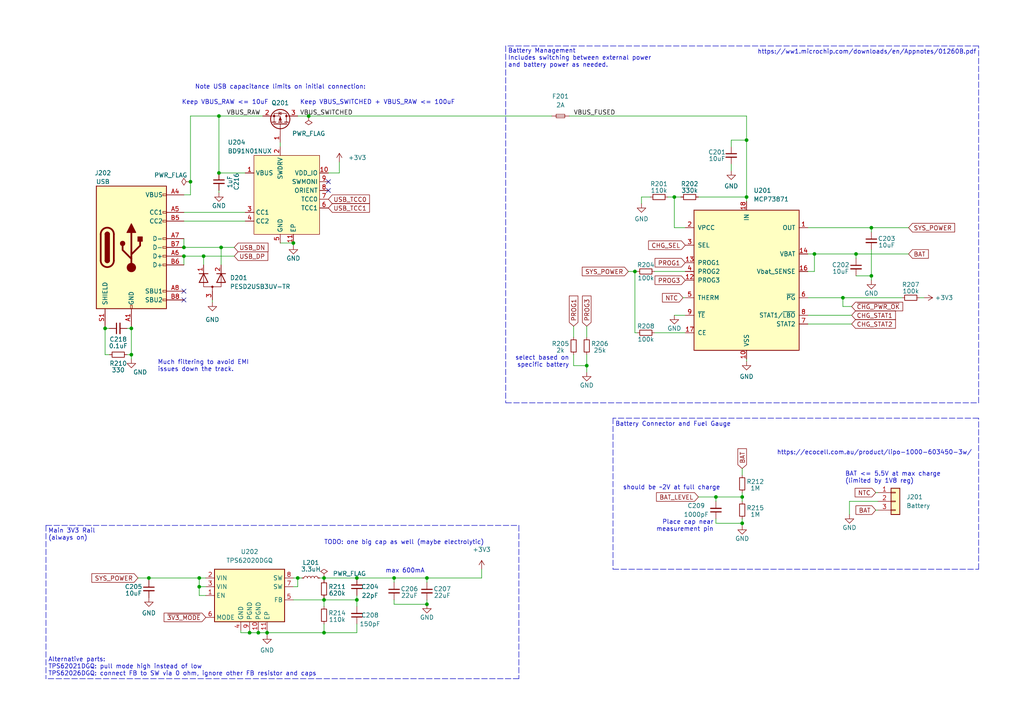
<source format=kicad_sch>
(kicad_sch (version 20211123) (generator eeschema)
  (paper "A4")
  (title_block (date "2022-09-04") (rev "1"))
  (lib_symbols
    (symbol "Battery_Management:MCP73871" (pin_names (offset 1.016))
      (property "Reference" "U" (at -7.62 24.13 0))
      (property "Value" "MCP73871" (at -15.24 21.59 0))
      (symbol "MCP73871_0_1"
        (rectangle (start -15.24 20.32) (end 15.24 -20.32) (stroke (width 0.254)) (fill (type background)))
      )
      (symbol "MCP73871_1_1"
        (pin power_out line (at 17.78 15.24 180) (length 2.54) (name "OUT") (number "1"))
        (pin power_in line (at 0 -22.86 90) (length 2.54) (name "VSS") (number "10"))
        (pin passive line (at 0 -22.86 90) (length 2.54) hide (name "VSS") (number "11"))
        (pin bidirectional line (at -17.78 0 0) (length 2.54) (name "PROG3") (number "12"))
        (pin bidirectional line (at -17.78 5.08 0) (length 2.54) (name "PROG1") (number "13"))
        (pin power_out line (at 17.78 7.62 180) (length 2.54) (name "VBAT") (number "14"))
        (pin passive line (at 17.78 7.62 180) (length 2.54) hide (name "VBAT") (number "15"))
        (pin input line (at 17.78 2.54 180) (length 2.54) (name "Vbat_SENSE") (number "16"))
        (pin input line (at -17.78 -15.24 0) (length 2.54) (name "CE") (number "17"))
        (pin power_in line (at 0 22.86 270) (length 2.54) (name "IN") (number "18"))
        (pin passive line (at 0 22.86 270) (length 2.54) hide (name "IN") (number "19"))
        (pin input line (at -17.78 15.24 0) (length 2.54) (name "VPCC") (number "2"))
        (pin passive line (at 17.78 15.24 180) (length 2.54) hide (name "OUT") (number "20"))
        (pin passive line (at 0 -22.86 90) (length 2.54) hide (name "VSS") (number "21"))
        (pin input line (at -17.78 10.16 0) (length 2.54) (name "SEL") (number "3"))
        (pin input line (at -17.78 2.54 0) (length 2.54) (name "PROG2") (number "4"))
        (pin bidirectional line (at -17.78 -5.08 0) (length 2.54) (name "THERM") (number "5"))
        (pin open_collector line (at 17.78 -5.08 180) (length 2.54) (name "~{PG}") (number "6"))
        (pin open_collector line (at 17.78 -12.7 180) (length 2.54) (name "STAT2") (number "7"))
        (pin open_collector line (at 17.78 -10.16 180) (length 2.54) (name "STAT1/~{LBO}") (number "8"))
        (pin input line (at -17.78 -10.16 0) (length 2.54) (name "~{TE}") (number "9"))
      )
    )
    (symbol "Connector:USB_C_Receptacle_USB2.0" (pin_names (offset 1.016))
      (property "Reference" "J" (at -10.16 19.05 0))
      (property "Value" "USB_C_Receptacle_USB2.0" (at 19.05 19.05 0))
      (symbol "USB_C_Receptacle_USB2.0_0_0"
        (rectangle (start -0.254 -17.78) (end 0.254 -16.764))
        (rectangle (start 10.16 -14.986) (end 9.144 -15.494))
        (rectangle (start 10.16 -12.446) (end 9.144 -12.954))
        (rectangle (start 10.16 -4.826) (end 9.144 -5.334))
        (rectangle (start 10.16 -2.286) (end 9.144 -2.794))
        (rectangle (start 10.16 0.254) (end 9.144 -0.254))
        (rectangle (start 10.16 2.794) (end 9.144 2.286))
        (rectangle (start 10.16 7.874) (end 9.144 7.366))
        (rectangle (start 10.16 10.414) (end 9.144 9.906))
        (rectangle (start 10.16 15.494) (end 9.144 14.986))
      )
      (symbol "USB_C_Receptacle_USB2.0_0_1"
        (rectangle (start -10.16 17.78) (end 10.16 -17.78) (stroke (width 0.254)) (fill (type background)))
        (arc (start -8.89 -3.81) (mid -6.985 -5.715) (end -5.08 -3.81) (stroke (width 0.508)))
        (arc (start -7.62 -3.81) (mid -6.985 -4.445) (end -6.35 -3.81) (stroke (width 0.254)))
        (arc (start -7.62 -3.81) (mid -6.985 -4.445) (end -6.35 -3.81) (stroke (width 0.254)) (fill (type outline)))
        (rectangle (start -7.62 -3.81) (end -6.35 3.81) (stroke (width 0.254)) (fill (type outline)))
        (arc (start -6.35 3.81) (mid -6.985 4.445) (end -7.62 3.81) (stroke (width 0.254)))
        (arc (start -6.35 3.81) (mid -6.985 4.445) (end -7.62 3.81) (stroke (width 0.254)) (fill (type outline)))
        (arc (start -5.08 3.81) (mid -6.985 5.715) (end -8.89 3.81) (stroke (width 0.508)))
        (circle (center -2.54 1.143) (radius 0.635) (stroke (width 0.254)) (fill (type outline)))
        (circle (center 0 -5.842) (radius 1.27) (fill (type outline)))
        (polyline (pts (xy -8.89 -3.81) (xy -8.89 3.81)) (stroke (width 0.508)))
        (polyline (pts (xy -5.08 3.81) (xy -5.08 -3.81)) (stroke (width 0.508)))
        (polyline (pts (xy 0 -5.842) (xy 0 4.318)) (stroke (width 0.508)))
        (polyline (pts (xy 0 -3.302) (xy -2.54 -0.762) (xy -2.54 0.508)) (stroke (width 0.508)))
        (polyline (pts (xy 0 -2.032) (xy 2.54 0.508) (xy 2.54 1.778)) (stroke (width 0.508)))
        (polyline (pts (xy -1.27 4.318) (xy 0 6.858) (xy 1.27 4.318) (xy -1.27 4.318)) (stroke (width 0.254)) (fill (type outline)))
        (rectangle (start 1.905 1.778) (end 3.175 3.048) (stroke (width 0.254)) (fill (type outline)))
      )
      (symbol "USB_C_Receptacle_USB2.0_1_1"
        (pin passive line (at 0 -22.86 90) (length 5.08) (name "GND") (number "A1"))
        (pin passive line (at 0 -22.86 90) (length 5.08) hide (name "GND") (number "A12"))
        (pin passive line (at 15.24 15.24 180) (length 5.08) (name "VBUS") (number "A4"))
        (pin bidirectional line (at 15.24 10.16 180) (length 5.08) (name "CC1") (number "A5"))
        (pin bidirectional line (at 15.24 -2.54 180) (length 5.08) (name "D+") (number "A6"))
        (pin bidirectional line (at 15.24 2.54 180) (length 5.08) (name "D-") (number "A7"))
        (pin bidirectional line (at 15.24 -12.7 180) (length 5.08) (name "SBU1") (number "A8"))
        (pin passive line (at 15.24 15.24 180) (length 5.08) hide (name "VBUS") (number "A9"))
        (pin passive line (at 0 -22.86 90) (length 5.08) hide (name "GND") (number "B1"))
        (pin passive line (at 0 -22.86 90) (length 5.08) hide (name "GND") (number "B12"))
        (pin passive line (at 15.24 15.24 180) (length 5.08) hide (name "VBUS") (number "B4"))
        (pin bidirectional line (at 15.24 7.62 180) (length 5.08) (name "CC2") (number "B5"))
        (pin bidirectional line (at 15.24 -5.08 180) (length 5.08) (name "D+") (number "B6"))
        (pin bidirectional line (at 15.24 0 180) (length 5.08) (name "D-") (number "B7"))
        (pin bidirectional line (at 15.24 -15.24 180) (length 5.08) (name "SBU2") (number "B8"))
        (pin passive line (at 15.24 15.24 180) (length 5.08) hide (name "VBUS") (number "B9"))
        (pin passive line (at -7.62 -22.86 90) (length 5.08) (name "SHIELD") (number "S1"))
      )
    )
    (symbol "Connector_Generic:Conn_01x03" (pin_names (offset 1.016) hide)
      (property "Reference" "J" (at 0 5.08 0))
      (property "Value" "Conn_01x03" (at 0 -5.08 0))
      (symbol "Conn_01x03_1_1"
        (rectangle (start -1.27 -2.413) (end 0 -2.667) (stroke (width 0.1524)))
        (rectangle (start -1.27 0.127) (end 0 -0.127) (stroke (width 0.1524)))
        (rectangle (start -1.27 2.667) (end 0 2.413) (stroke (width 0.1524)))
        (rectangle (start -1.27 3.81) (end 1.27 -3.81) (stroke (width 0.254)) (fill (type background)))
        (pin passive line (at -5.08 2.54 0) (length 3.81) (name "Pin_1") (number "1"))
        (pin passive line (at -5.08 0 0) (length 3.81) (name "Pin_2") (number "2"))
        (pin passive line (at -5.08 -2.54 0) (length 3.81) (name "Pin_3") (number "3"))
      )
    )
    (symbol "Device:C_Small" (pin_numbers hide) (pin_names (offset 0.254) hide)
      (property "Reference" "C" (at 0.254 1.778 0))
      (property "Value" "C_Small" (at 0.254 -2.032 0))
      (symbol "C_Small_0_1"
        (polyline (pts (xy -1.524 -0.508) (xy 1.524 -0.508)) (stroke (width 0.3302)))
        (polyline (pts (xy -1.524 0.508) (xy 1.524 0.508)) (stroke (width 0.3048)))
      )
      (symbol "C_Small_1_1"
        (pin passive line (at 0 2.54 270) (length 2.032) (name "~") (number "1"))
        (pin passive line (at 0 -2.54 90) (length 2.032) (name "~") (number "2"))
      )
    )
    (symbol "Device:D_Dual_CommonAnode_KKA_Parallel" (pin_names (offset 0.762) hide)
      (property "Reference" "D" (at 0 5.08 0))
      (property "Value" "D_Dual_CommonAnode_KKA_Parallel" (at 0 -5.08 0))
      (symbol "D_Dual_CommonAnode_KKA_Parallel_0_0"
        (polyline (pts (xy 2.54 -3.81) (xy 2.54 -1.27)) (stroke (width 0.254)))
        (polyline (pts (xy 2.54 1.27) (xy 2.54 3.81)) (stroke (width 0.254)))
      )
      (symbol "D_Dual_CommonAnode_KKA_Parallel_0_1"
        (circle (center -1.27 0) (radius 0.254) (fill (type outline)))
        (polyline (pts (xy -1.27 0) (xy -2.54 0)))
        (polyline (pts (xy 2.54 2.54) (xy -1.27 2.54) (xy -1.27 -2.54) (xy 2.54 -2.54)))
        (polyline (pts (xy 0 -1.27) (xy 2.54 -2.54) (xy 0 -3.81) (xy 0 -1.27) (xy 0 -1.27) (xy 0 -1.27)) (stroke (width 0.254)))
        (polyline (pts (xy 0 3.81) (xy 2.54 2.54) (xy 0 1.27) (xy 0 3.81) (xy 0 3.81) (xy 0 3.81)) (stroke (width 0.254)))
        (pin passive line (at 5.08 2.54 180) (length 2.54) (name "K") (number "1"))
        (pin passive line (at 5.08 -2.54 180) (length 2.54) (name "K") (number "2"))
        (pin passive line (at -5.08 0 0) (length 2.54) (name "A") (number "3"))
      )
    )
    (symbol "Device:Fuse_Small" (pin_numbers hide) (pin_names (offset 0.254) hide)
      (property "Reference" "F" (at 0 -1.524 0))
      (property "Value" "Fuse_Small" (at 0 1.524 0))
      (symbol "Fuse_Small_0_1"
        (rectangle (start -1.27 0.508) (end 1.27 -0.508))
        (polyline (pts (xy -1.27 0) (xy 1.27 0)))
      )
      (symbol "Fuse_Small_1_1"
        (pin passive line (at -2.54 0 0) (length 1.27) (name "~") (number "1"))
        (pin passive line (at 2.54 0 180) (length 1.27) (name "~") (number "2"))
      )
    )
    (symbol "Device:L_Small" (pin_numbers hide) (pin_names (offset 0.254) hide)
      (property "Reference" "L" (at 0.762 1.016 0))
      (property "Value" "L_Small" (at 0.762 -1.016 0))
      (symbol "L_Small_0_1"
        (arc (start 0 -2.032) (mid 0.508 -1.524) (end 0 -1.016))
        (arc (start 0 -1.016) (mid 0.508 -0.508) (end 0 0))
        (arc (start 0 0) (mid 0.508 0.508) (end 0 1.016))
        (arc (start 0 1.016) (mid 0.508 1.524) (end 0 2.032))
      )
      (symbol "L_Small_1_1"
        (pin passive line (at 0 2.54 270) (length 0.508) (name "~") (number "1"))
        (pin passive line (at 0 -2.54 90) (length 0.508) (name "~") (number "2"))
      )
    )
    (symbol "Device:Q_PMOS_GSD" (pin_names (offset 0) hide)
      (property "Reference" "Q" (at 5.08 1.27 0))
      (property "Value" "Q_PMOS_GSD" (at 5.08 -1.27 0))
      (symbol "Q_PMOS_GSD_0_1"
        (polyline (pts (xy 0.254 0) (xy -2.54 0)))
        (polyline (pts (xy 0.254 1.905) (xy 0.254 -1.905)) (stroke (width 0.254)))
        (polyline (pts (xy 0.762 -1.27) (xy 0.762 -2.286)) (stroke (width 0.254)))
        (polyline (pts (xy 0.762 0.508) (xy 0.762 -0.508)) (stroke (width 0.254)))
        (polyline (pts (xy 0.762 2.286) (xy 0.762 1.27)) (stroke (width 0.254)))
        (polyline (pts (xy 2.54 2.54) (xy 2.54 1.778)))
        (polyline (pts (xy 2.54 -2.54) (xy 2.54 0) (xy 0.762 0)))
        (polyline (pts (xy 0.762 1.778) (xy 3.302 1.778) (xy 3.302 -1.778) (xy 0.762 -1.778)))
        (polyline (pts (xy 2.286 0) (xy 1.27 0.381) (xy 1.27 -0.381) (xy 2.286 0)) (fill (type outline)))
        (polyline (pts (xy 2.794 -0.508) (xy 2.921 -0.381) (xy 3.683 -0.381) (xy 3.81 -0.254)))
        (polyline (pts (xy 3.302 -0.381) (xy 2.921 0.254) (xy 3.683 0.254) (xy 3.302 -0.381)))
        (circle (center 1.651 0) (radius 2.794) (stroke (width 0.254)))
        (circle (center 2.54 -1.778) (radius 0.254) (fill (type outline)))
        (circle (center 2.54 1.778) (radius 0.254) (fill (type outline)))
      )
      (symbol "Q_PMOS_GSD_1_1"
        (pin input line (at -5.08 0 0) (length 2.54) (name "G") (number "1"))
        (pin passive line (at 2.54 -5.08 90) (length 2.54) (name "S") (number "2"))
        (pin passive line (at 2.54 5.08 270) (length 2.54) (name "D") (number "3"))
      )
    )
    (symbol "Device:R_Small" (pin_numbers hide) (pin_names (offset 0.254) hide)
      (property "Reference" "R" (at 0.762 0.508 0))
      (property "Value" "R_Small" (at 0.762 -1.016 0))
      (symbol "R_Small_0_1"
        (rectangle (start -0.762 1.778) (end 0.762 -1.778) (stroke (width 0.2032)))
      )
      (symbol "R_Small_1_1"
        (pin passive line (at 0 2.54 270) (length 0.762) (name "~") (number "1"))
        (pin passive line (at 0 -2.54 90) (length 0.762) (name "~") (number "2"))
      )
    )
    (symbol "power:+3V3" (power) (pin_names (offset 0))
      (property "Value" "+3V3" (at 0 3.556 0))
      (symbol "+3V3_0_1"
        (polyline (pts (xy -0.762 1.27) (xy 0 2.54)))
        (polyline (pts (xy 0 0) (xy 0 2.54)))
        (polyline (pts (xy 0 2.54) (xy 0.762 1.27)))
      )
      (symbol "+3V3_1_1"
        (pin power_in line (at 0 0 90) (length 0) hide (name "+3V3") (number "1"))
      )
    )
    (symbol "power:GND" (power) (pin_names (offset 0))
      (property "Value" "GND" (at 0 -3.81 0))
      (symbol "GND_0_1"
        (polyline (pts (xy 0 0) (xy 0 -1.27) (xy 1.27 -1.27) (xy 0 -2.54) (xy -1.27 -1.27) (xy 0 -1.27)))
      )
      (symbol "GND_1_1"
        (pin power_in line (at 0 0 270) (length 0) hide (name "GND") (number "1"))
      )
    )
    (symbol "power:PWR_FLAG" (power) (pin_numbers hide) (pin_names (offset 0) hide)
      (property "Value" "PWR_FLAG" (at 0 3.81 0))
      (symbol "PWR_FLAG_0_0"
        (pin power_out line (at 0 0 90) (length 0) (name "pwr") (number "1"))
      )
      (symbol "PWR_FLAG_0_1"
        (polyline (pts (xy 0 0) (xy 0 1.27) (xy -1.016 1.905) (xy 0 2.54) (xy 1.016 1.905) (xy 0 1.27)))
      )
    )
    (symbol "symbols:BD91N01NUX"
      (property "Reference" "U" (at 0 13.97 0))
      (property "Value" "BD91N01NUX" (at 5.08 16.51 0))
      (symbol "BD91N01NUX_0_1"
        (rectangle (start -12.7 12.7) (end 6.35 -10.16) (fill (type background)))
      )
      (symbol "BD91N01NUX_1_1"
        (pin input line (at -15.24 7.62 0) (length 2.54) (name "VBUS") (number "1"))
        (pin input line (at 8.89 7.62 180) (length 2.54) (name "VDD_IO") (number "10"))
        (pin input line (at -1.27 -12.7 90) (length 2.54) (name "EP") (number "11"))
        (pin output line (at -5.08 15.24 270) (length 2.54) (name "SWDRV") (number "2"))
        (pin input line (at -15.24 -3.81 0) (length 2.54) (name "CC1") (number "3"))
        (pin input line (at -15.24 -6.35 0) (length 2.54) (name "CC2") (number "4"))
        (pin input line (at -5.08 -12.7 90) (length 2.54) (name "GND") (number "5"))
        (pin output line (at 8.89 -2.54 180) (length 2.54) (name "TCC1") (number "6"))
        (pin output line (at 8.89 0 180) (length 2.54) (name "TCC0") (number "7"))
        (pin output line (at 8.89 2.54 180) (length 2.54) (name "ORIENT") (number "8"))
        (pin output line (at 8.89 5.08 180) (length 2.54) (name "SWMONI") (number "9"))
      )
    )
    (symbol "symbols:TPS62026"
      (property "Reference" "U" (at 0 3.81 0))
      (property "Value" "TPS62026" (at 0 6.35 0))
      (symbol "TPS62026_0_0"
        (pin power_in line (at 2.54 -10.16 90) (length 2.54) (name "PGND") (number "10"))
        (pin power_in line (at 5.08 -10.16 90) (length 2.54) (name "EP") (number "11"))
      )
      (symbol "TPS62026_1_1"
        (rectangle (start -10.16 7.62) (end 10.16 -7.62) (stroke (width 0.254)) (fill (type background)))
        (pin input line (at -12.7 0 0) (length 2.54) (name "EN") (number "1"))
        (pin power_in line (at -12.7 5.08 0) (length 2.54) (name "VIN") (number "2"))
        (pin input line (at -12.7 2.54 0) (length 2.54) (name "VIN") (number "3"))
        (pin input line (at -2.54 -10.16 90) (length 2.54) (name "GND") (number "4"))
        (pin open_collector line (at 12.7 -1.27 180) (length 2.54) (name "FB") (number "5"))
        (pin open_collector line (at -12.7 -6.35 0) (length 2.54) (name "MODE") (number "6"))
        (pin power_out line (at 12.7 2.54 180) (length 2.54) (name "SW") (number "7"))
        (pin power_in line (at 12.7 5.08 180) (length 2.54) (name "SW") (number "8"))
        (pin power_in line (at 0 -10.16 90) (length 2.54) (name "PGND") (number "9"))
      )
    )
  )
  (junction (at 93.98 183.515))
  (junction (at 215.265 144.145))
  (junction (at 77.47 183.515))
  (junction (at 72.39 183.515))
  (junction (at 30.48 95.25))
  (junction (at 123.825 175.26))
  (junction (at 89.535 33.655))
  (junction (at 236.22 73.66))
  (junction (at 63.5 33.655))
  (junction (at 93.98 173.99))
  (junction (at 86.36 167.64))
  (junction (at 57.785 167.64))
  (junction (at 103.505 173.99))
  (junction (at 215.265 151.765))
  (junction (at 57.785 170.18))
  (junction (at 207.645 144.145))
  (junction (at 114.3 167.64))
  (junction (at 184.15 78.74))
  (junction (at 43.18 167.64))
  (junction (at 53.34 71.755))
  (junction (at 38.1 95.25))
  (junction (at 38.1 102.87))
  (junction (at 123.825 167.64))
  (junction (at 248.285 73.66))
  (junction (at 63.5 50.165))
  (junction (at 216.535 40.64))
  (junction (at 55.245 52.705))
  (junction (at 74.93 183.515))
  (junction (at 216.535 57.15))
  (junction (at 53.34 74.295))
  (junction (at 195.58 57.15))
  (junction (at 85.09 70.485))
  (junction (at 103.505 167.64))
  (junction (at 64.135 71.755))
  (junction (at 244.475 86.36))
  (junction (at 252.73 66.04))
  (junction (at 59.055 74.295))
  (junction (at 252.73 80.01))
  (junction (at 93.98 167.64))
  (junction (at 170.18 106.045))
  (no_connect (at 95.25 52.705))
  (no_connect (at 95.25 55.245))
  (no_connect (at 53.34 84.455))
  (no_connect (at 53.34 86.995))
  (wire (pts (xy 30.48 95.25) (xy 30.48 102.87)))
  (polyline (pts (xy 283.845 13.335) (xy 146.685 13.335)))
  (wire (pts (xy 63.5 50.165) (xy 63.5 33.655)))
  (wire (pts (xy 114.3 168.91) (xy 114.3 167.64)))
  (wire (pts (xy 103.505 180.975) (xy 103.505 183.515)))
  (wire (pts (xy 207.645 145.415) (xy 207.645 144.145)))
  (wire (pts (xy 252.73 67.31) (xy 252.73 66.04)))
  (wire (pts (xy 55.245 33.655) (xy 55.245 52.705)))
  (wire (pts (xy 188.595 57.15) (xy 186.055 57.15)))
  (wire (pts (xy 114.3 167.64) (xy 123.825 167.64)))
  (wire (pts (xy 216.535 40.64) (xy 216.535 57.15)))
  (wire (pts (xy 61.595 87.63) (xy 61.595 86.995)))
  (wire (pts (xy 234.315 86.36) (xy 244.475 86.36)))
  (polyline (pts (xy 13.335 152.4) (xy 13.335 196.85)))
  (wire (pts (xy 123.825 173.99) (xy 123.825 175.26)))
  (wire (pts (xy 234.315 91.44) (xy 247.015 91.44)))
  (wire (pts (xy 43.18 167.64) (xy 57.785 167.64)))
  (wire (pts (xy 244.475 86.36) (xy 261.62 86.36)))
  (wire (pts (xy 202.565 57.15) (xy 216.535 57.15)))
  (polyline (pts (xy 150.495 152.4) (xy 150.495 196.85)))
  (wire (pts (xy 74.93 183.515) (xy 77.47 183.515)))
  (wire (pts (xy 202.565 144.145) (xy 207.645 144.145)))
  (wire (pts (xy 215.265 135.89) (xy 215.265 137.795)))
  (wire (pts (xy 195.58 66.04) (xy 195.58 57.15)))
  (wire (pts (xy 93.98 183.515) (xy 77.47 183.515)))
  (wire (pts (xy 38.1 94.615) (xy 38.1 95.25)))
  (wire (pts (xy 170.18 106.045) (xy 170.18 107.95)))
  (wire (pts (xy 63.5 33.655) (xy 76.2 33.655)))
  (wire (pts (xy 184.15 96.52) (xy 184.15 78.74)))
  (wire (pts (xy 198.755 66.04) (xy 195.58 66.04)))
  (wire (pts (xy 59.69 172.72) (xy 57.785 172.72)))
  (wire (pts (xy 53.34 64.135) (xy 71.12 64.135)))
  (wire (pts (xy 170.18 102.87) (xy 170.18 106.045)))
  (wire (pts (xy 57.785 167.64) (xy 59.69 167.64)))
  (wire (pts (xy 254 142.875) (xy 254.635 142.875)))
  (wire (pts (xy 234.315 93.98) (xy 247.015 93.98)))
  (wire (pts (xy 254.635 145.415) (xy 246.38 145.415)))
  (wire (pts (xy 93.98 167.64) (xy 103.505 167.64)))
  (wire (pts (xy 236.22 73.66) (xy 248.285 73.66)))
  (wire (pts (xy 81.28 41.275) (xy 81.28 42.545)))
  (wire (pts (xy 43.18 167.64) (xy 43.18 168.275)))
  (wire (pts (xy 38.1 95.25) (xy 38.1 102.87)))
  (wire (pts (xy 95.25 50.165) (xy 98.425 50.165)))
  (wire (pts (xy 198.755 96.52) (xy 189.865 96.52)))
  (wire (pts (xy 165.1 33.655) (xy 216.535 33.655)))
  (wire (pts (xy 103.505 172.72) (xy 103.505 173.99)))
  (wire (pts (xy 64.135 71.755) (xy 67.945 71.755)))
  (wire (pts (xy 215.265 152.4) (xy 215.265 151.765)))
  (wire (pts (xy 195.58 91.44) (xy 198.755 91.44)))
  (wire (pts (xy 59.055 74.295) (xy 59.055 76.835)))
  (wire (pts (xy 215.265 151.765) (xy 215.265 150.495)))
  (wire (pts (xy 123.825 167.64) (xy 123.825 168.91)))
  (polyline (pts (xy 146.685 116.84) (xy 283.845 116.84)))
  (wire (pts (xy 93.98 168.275) (xy 93.98 167.64)))
  (wire (pts (xy 216.535 104.775) (xy 216.535 104.14)))
  (wire (pts (xy 248.285 73.66) (xy 248.285 74.93)))
  (wire (pts (xy 81.28 70.485) (xy 85.09 70.485)))
  (polyline (pts (xy 283.845 165.1) (xy 283.845 121.285)))
  (wire (pts (xy 53.34 71.755) (xy 64.135 71.755)))
  (wire (pts (xy 182.245 78.74) (xy 184.15 78.74)))
  (polyline (pts (xy 177.8 165.1) (xy 283.845 165.1)))
  (wire (pts (xy 103.505 173.99) (xy 93.98 173.99)))
  (polyline (pts (xy 146.685 13.335) (xy 146.685 116.84)))
  (wire (pts (xy 69.85 183.515) (xy 72.39 183.515)))
  (wire (pts (xy 198.12 86.36) (xy 198.755 86.36)))
  (wire (pts (xy 74.93 182.88) (xy 74.93 183.515)))
  (wire (pts (xy 53.34 74.295) (xy 59.055 74.295)))
  (wire (pts (xy 77.47 183.515) (xy 77.47 184.15)))
  (wire (pts (xy 55.245 33.655) (xy 63.5 33.655)))
  (wire (pts (xy 57.785 170.18) (xy 57.785 172.72)))
  (wire (pts (xy 252.73 81.28) (xy 252.73 80.01)))
  (wire (pts (xy 186.055 57.15) (xy 186.055 59.055)))
  (wire (pts (xy 93.98 180.975) (xy 93.98 183.515)))
  (wire (pts (xy 123.825 167.64) (xy 139.7 167.64)))
  (wire (pts (xy 86.36 167.64) (xy 85.09 167.64)))
  (wire (pts (xy 212.09 42.545) (xy 212.09 40.64)))
  (wire (pts (xy 30.48 102.87) (xy 31.75 102.87)))
  (wire (pts (xy 86.36 170.18) (xy 86.36 167.64)))
  (wire (pts (xy 53.34 61.595) (xy 71.12 61.595)))
  (wire (pts (xy 236.22 78.74) (xy 236.22 73.66)))
  (wire (pts (xy 244.475 86.36) (xy 244.475 88.9)))
  (wire (pts (xy 53.34 56.515) (xy 55.245 56.515)))
  (wire (pts (xy 59.055 74.295) (xy 67.945 74.295)))
  (polyline (pts (xy 150.495 196.85) (xy 13.335 196.85)))
  (wire (pts (xy 170.18 94.615) (xy 170.18 97.79)))
  (wire (pts (xy 246.38 145.415) (xy 246.38 149.225)))
  (wire (pts (xy 114.3 175.26) (xy 114.3 173.99)))
  (wire (pts (xy 189.865 78.74) (xy 198.755 78.74)))
  (wire (pts (xy 55.245 52.705) (xy 55.245 56.515)))
  (wire (pts (xy 53.34 71.755) (xy 53.34 69.215)))
  (wire (pts (xy 114.3 175.26) (xy 123.825 175.26)))
  (wire (pts (xy 86.36 33.655) (xy 89.535 33.655)))
  (wire (pts (xy 252.73 72.39) (xy 252.73 80.01)))
  (polyline (pts (xy 177.8 121.285) (xy 177.8 165.1)))
  (wire (pts (xy 207.645 151.765) (xy 215.265 151.765)))
  (wire (pts (xy 87.63 167.64) (xy 86.36 167.64)))
  (wire (pts (xy 98.425 50.165) (xy 98.425 46.99)))
  (wire (pts (xy 216.535 57.15) (xy 216.535 58.42)))
  (wire (pts (xy 244.475 88.9) (xy 247.015 88.9)))
  (wire (pts (xy 72.39 183.515) (xy 74.93 183.515)))
  (wire (pts (xy 215.265 144.145) (xy 215.265 142.875)))
  (wire (pts (xy 139.7 165.1) (xy 139.7 167.64)))
  (wire (pts (xy 59.69 170.18) (xy 57.785 170.18)))
  (wire (pts (xy 234.315 78.74) (xy 236.22 78.74)))
  (wire (pts (xy 166.37 102.87) (xy 166.37 106.045)))
  (wire (pts (xy 30.48 94.615) (xy 30.48 95.25)))
  (wire (pts (xy 212.09 40.64) (xy 216.535 40.64)))
  (wire (pts (xy 195.58 57.15) (xy 197.485 57.15)))
  (wire (pts (xy 215.265 145.415) (xy 215.265 144.145)))
  (polyline (pts (xy 283.845 116.84) (xy 283.845 13.335)))
  (wire (pts (xy 212.09 47.625) (xy 212.09 49.53)))
  (polyline (pts (xy 283.845 121.285) (xy 177.8 121.285)))
  (wire (pts (xy 85.09 70.485) (xy 85.09 71.12)))
  (wire (pts (xy 248.285 73.66) (xy 263.525 73.66)))
  (wire (pts (xy 64.135 71.755) (xy 64.135 76.835)))
  (wire (pts (xy 77.47 182.88) (xy 77.47 183.515)))
  (wire (pts (xy 72.39 182.88) (xy 72.39 183.515)))
  (wire (pts (xy 216.535 33.655) (xy 216.535 40.64)))
  (wire (pts (xy 38.1 102.87) (xy 38.1 104.14)))
  (wire (pts (xy 85.09 173.99) (xy 93.98 173.99)))
  (wire (pts (xy 103.505 167.64) (xy 114.3 167.64)))
  (wire (pts (xy 93.98 173.99) (xy 93.98 175.895)))
  (wire (pts (xy 254 147.955) (xy 254.635 147.955)))
  (wire (pts (xy 69.85 182.88) (xy 69.85 183.515)))
  (wire (pts (xy 184.785 78.74) (xy 184.15 78.74)))
  (wire (pts (xy 103.505 173.99) (xy 103.505 175.895)))
  (wire (pts (xy 234.315 66.04) (xy 252.73 66.04)))
  (wire (pts (xy 166.37 106.045) (xy 170.18 106.045)))
  (wire (pts (xy 93.98 167.64) (xy 92.71 167.64)))
  (wire (pts (xy 93.98 173.99) (xy 93.98 173.355)))
  (wire (pts (xy 57.785 170.18) (xy 57.785 167.64)))
  (wire (pts (xy 184.785 96.52) (xy 184.15 96.52)))
  (wire (pts (xy 89.535 33.655) (xy 160.02 33.655)))
  (wire (pts (xy 103.505 183.515) (xy 93.98 183.515)))
  (wire (pts (xy 266.7 86.36) (xy 267.97 86.36)))
  (wire (pts (xy 30.48 95.25) (xy 31.75 95.25)))
  (wire (pts (xy 248.285 80.01) (xy 252.73 80.01)))
  (wire (pts (xy 252.73 66.04) (xy 263.525 66.04)))
  (wire (pts (xy 85.09 170.18) (xy 86.36 170.18)))
  (wire (pts (xy 207.645 150.495) (xy 207.645 151.765)))
  (wire (pts (xy 36.83 95.25) (xy 38.1 95.25)))
  (polyline (pts (xy 13.335 152.4) (xy 150.495 152.4)))
  (wire (pts (xy 166.37 94.615) (xy 166.37 97.79)))
  (wire (pts (xy 193.675 57.15) (xy 195.58 57.15)))
  (wire (pts (xy 36.83 102.87) (xy 38.1 102.87)))
  (wire (pts (xy 207.645 144.145) (xy 215.265 144.145)))
  (wire (pts (xy 63.5 55.88) (xy 63.5 55.245)))
  (wire (pts (xy 71.12 50.165) (xy 63.5 50.165)))
  (wire (pts (xy 234.315 73.66) (xy 236.22 73.66)))
  (wire (pts (xy 53.34 74.295) (xy 53.34 76.835)))
  (wire (pts (xy 40.005 167.64) (xy 43.18 167.64)))
  (text "Place cap near\nmeasurement pin" (at 207.01 154.305 180) (effects (font (size 1.27 1.27)) (justify right bottom)))
  (text "TODO: one big cap as well (maybe electrolytic)" (at 93.98 158.115 0) (effects (font (size 1.27 1.27)) (justify left bottom)))
  (text "https://ecocell.com.au/product/lipo-1000-603450-3w/" (at 281.94 132.08 0) (effects (font (size 1.27 1.27)) (justify right bottom)))
  (text "max 600mA" (at 111.76 166.37 0) (effects (font (size 1.27 1.27)) (justify left bottom)))
  (text "https://ww1.microchip.com/downloads/en/Appnotes/01260B.pdf" (at 283.21 15.875 0) (effects (font (size 1.27 1.27)) (justify right bottom)))
  (text "Battery Connector and Fuel Gauge" (at 178.435 123.825 0) (effects (font (size 1.27 1.27)) (justify left bottom)))
  (text "Main 3V3 Rail\n(always on)" (at 13.97 156.845 0) (effects (font (size 1.27 1.27)) (justify left bottom)))
  (text "should be ~2V at full charge" (at 208.915 142.24 180) (effects (font (size 1.27 1.27)) (justify right bottom)))
  (text "Much filtering to avoid EMI\nissues down the track." (at 45.72 107.95 0) (effects (font (size 1.27 1.27)) (justify left bottom)))
  (text "Battery Management\nIncludes switching between external power\nand battery power as needed." (at 147.32 19.685 0) (effects (font (size 1.27 1.27)) (justify left bottom)))
  (text "Keep VBUS_RAW <= 10uF" (at 52.705 30.48 0) (effects (font (size 1.27 1.27)) (justify left bottom)))
  (text "Keep VBUS_SWITCHED + VBUS_RAW <= 100uF" (at 86.995 30.48 0) (effects (font (size 1.27 1.27)) (justify left bottom)))
  (text "select based on\nspecific battery" (at 165.1 106.68 180) (effects (font (size 1.27 1.27)) (justify right bottom)))
  (text "Note USB capacitance limits on initial connection:" (at 56.515 26.035 0) (effects (font (size 1.27 1.27)) (justify left bottom)))
  (text "Alternative parts:\nTPS62021DGQ: pull mode high instead of low\nTPS62026DGQ: connect FB to SW via 0 ohm, ignore other FB resistor and caps" (at 13.97 196.215 0) (effects (font (size 1.27 1.27)) (justify left bottom)))
  (text "BAT <= 5.5V at max charge\n(limited by 1V8 reg)" (at 245.11 140.335 0) (effects (font (size 1.27 1.27)) (justify left bottom)))
  (label "VBUS_RAW" (at 75.565 33.655 180))
  (label "VBUS_FUSED" (at 166.37 33.655 0))
  (label "VBUS_SWITCHED" (at 86.995 33.655 0))
  (global_label "~{3V3_MODE}" (shape input) (at 59.69 179.07 180) (property "Intersheet References" "${INTERSHEET_REFS}" (effects hide)))
  (global_label "~{CHG_PWR_OK}" (shape input) (at 247.015 88.9 0) (property "Intersheet References" "${INTERSHEET_REFS}" (effects hide)))
  (global_label "BAT" (shape input) (at 254 147.955 180) (property "Intersheet References" "${INTERSHEET_REFS}" (effects hide)))
  (global_label "PROG3" (shape input) (at 170.18 94.615 90) (property "Intersheet References" "${INTERSHEET_REFS}" (effects hide)))
  (global_label "SYS_POWER" (shape input) (at 263.525 66.04 0) (property "Intersheet References" "${INTERSHEET_REFS}" (effects hide)))
  (global_label "CHG_STAT2" (shape input) (at 247.015 93.98 0) (property "Intersheet References" "${INTERSHEET_REFS}" (effects hide)))
  (global_label "PROG3" (shape input) (at 198.755 81.28 180) (property "Intersheet References" "${INTERSHEET_REFS}" (effects hide)))
  (global_label "USB_TCC0" (shape input) (at 95.25 57.785 0) (property "Intersheet References" "${INTERSHEET_REFS}" (effects hide)))
  (global_label "USB_TCC1" (shape input) (at 95.25 60.325 0) (property "Intersheet References" "${INTERSHEET_REFS}" (effects hide)))
  (global_label "USB_DP" (shape input) (at 67.945 74.295 0) (property "Intersheet References" "${INTERSHEET_REFS}" (effects hide)))
  (global_label "PROG1" (shape input) (at 166.37 94.615 90) (property "Intersheet References" "${INTERSHEET_REFS}" (effects hide)))
  (global_label "SYS_POWER" (shape input) (at 40.005 167.64 180) (property "Intersheet References" "${INTERSHEET_REFS}" (effects hide)))
  (global_label "CHG_SEL" (shape input) (at 198.755 71.12 180) (property "Intersheet References" "${INTERSHEET_REFS}" (effects hide)))
  (global_label "NTC" (shape input) (at 198.12 86.36 180) (property "Intersheet References" "${INTERSHEET_REFS}" (effects hide)))
  (global_label "BAT" (shape input) (at 215.265 135.89 90) (property "Intersheet References" "${INTERSHEET_REFS}" (effects hide)))
  (global_label "SYS_POWER" (shape input) (at 182.245 78.74 180) (property "Intersheet References" "${INTERSHEET_REFS}" (effects hide)))
  (global_label "CHG_STAT1" (shape input) (at 247.015 91.44 0) (property "Intersheet References" "${INTERSHEET_REFS}" (effects hide)))
  (global_label "BAT" (shape input) (at 263.525 73.66 0) (property "Intersheet References" "${INTERSHEET_REFS}" (effects hide)))
  (global_label "PROG1" (shape input) (at 198.755 76.2 180) (property "Intersheet References" "${INTERSHEET_REFS}" (effects hide)))
  (global_label "BAT_LEVEL" (shape input) (at 202.565 144.145 180) (property "Intersheet References" "${INTERSHEET_REFS}" (effects hide)))
  (global_label "NTC" (shape input) (at 254 142.875 180) (property "Intersheet References" "${INTERSHEET_REFS}" (effects hide)))
  (global_label "USB_DN" (shape input) (at 67.945 71.755 0) (property "Intersheet References" "${INTERSHEET_REFS}" (effects hide)))
  (symbol (lib_id "Device:R_Small") (at 215.265 147.955 0) (unit 1)
    (property "Reference" "R215" (at 219.075 147.32 0))
    (property "Value" "1M" (at 219.075 149.225 0))
    (property "Footprint" "Resistor_SMD:R_0603_1608Metric" (effects hide))
    (property "PN" "AC0603FR-131ML" (effects hide))
  )
  (symbol (lib_id "symbols:BD91N01NUX") (at 86.36 57.785 0) (unit 1)
    (property "Reference" "U204" (at 66.04 41.275 0) (effects (justify left)))
    (property "Value" "BD91N01NUX" (at 66.04 43.815 0) (effects (justify left)))
    (property "Footprint" "footprints:BD91N01NUX-E2" (effects hide))
    (property "PN" "BD91N01NUX" (effects hide))
  )
  (symbol (lib_id "power:GND") (at 63.5 55.88 0) (unit 1)
    (property "Reference" "#PWR0210" (effects hide))
    (property "Value" "GND" (at 63.5 59.69 0))
  )
  (symbol (lib_id "Device:C_Small") (at 114.3 171.45 0) (unit 1)
    (property "Reference" "C206" (at 118.745 170.815 0))
    (property "Value" "22uF" (at 118.745 172.72 0))
    (property "Footprint" "Capacitor_SMD:C_1206_3216Metric" (effects hide))
    (property "PN" "CL31A226MOCLNNC" (effects hide))
  )
  (symbol (lib_id "power:+3V3") (at 139.7 165.1 0) (unit 1)
    (property "Reference" "#PWR0207" (effects hide))
    (property "Value" "+3V3" (at 139.7 159.385 0))
  )
  (symbol (lib_id "Device:C_Small") (at 43.18 170.815 0) (unit 1)
    (property "Reference" "C205" (at 38.735 170.18 0))
    (property "Value" "10uF" (at 38.735 172.085 0))
    (property "Footprint" "Capacitor_SMD:C_0805_2012Metric" (effects hide))
    (property "PN" "EMK212ABJ106KG-T" (effects hide))
  )
  (symbol (lib_id "Device:R_Small") (at 187.325 96.52 90) (unit 1)
    (property "Reference" "R208" (at 187.325 94.615 90))
    (property "Value" "100k" (at 187.325 98.425 90))
    (property "Footprint" "Resistor_SMD:R_0603_1608Metric" (effects hide))
    (property "PN" "RC0603JR-10100KL" (effects hide))
  )
  (symbol (lib_id "Device:R_Small") (at 264.16 86.36 90) (unit 1)
    (property "Reference" "R207" (at 264.16 82.55 90))
    (property "Value" "100k" (at 264.16 84.455 90))
    (property "Footprint" "Resistor_SMD:R_0603_1608Metric" (effects hide))
    (property "PN" "RC0603JR-10100KL" (effects hide))
  )
  (symbol (lib_id "power:PWR_FLAG") (at 93.98 167.64 0) (unit 1)
    (property "Reference" "#FLG0102" (effects hide))
    (property "Value" "PWR_FLAG" (at 96.52 166.3699 0) (effects (justify left)))
  )
  (symbol (lib_id "power:GND") (at 77.47 184.15 0) (unit 1)
    (property "Reference" "#PWR0212" (effects hide))
    (property "Value" "GND" (at 77.47 188.595 0))
  )
  (symbol (lib_id "power:GND") (at 246.38 149.225 0) (unit 1)
    (property "Reference" "#PWR0211" (effects hide))
    (property "Value" "GND" (at 246.38 153.035 0))
  )
  (symbol (lib_id "Device:C_Small") (at 248.285 77.47 0) (unit 1)
    (property "Reference" "C202" (at 243.84 76.835 0))
    (property "Value" "10uF" (at 243.84 78.74 0))
    (property "Footprint" "Capacitor_SMD:C_0805_2012Metric" (effects hide))
    (property "PN" "EMK212ABJ106KG-T" (effects hide))
  )
  (symbol (lib_id "Device:D_Dual_CommonAnode_KKA_Parallel") (at 61.595 81.915 90) (unit 1)
    (property "Reference" "D201" (at 66.675 80.5814 90) (effects (justify right)))
    (property "Value" "PESD2USB3UV-TR" (at 66.675 83.1214 90) (effects (justify right)))
    (property "Footprint" "Package_TO_SOT_SMD:SOT-23" (effects hide))
    (property "PN" "PESD2USB3UV-TR" (effects hide))
  )
  (symbol (lib_id "Battery_Management:MCP73871") (at 216.535 81.28 0) (unit 1)
    (property "Reference" "U201" (at 218.5544 55.245 0) (effects (justify left)))
    (property "Value" "MCP73871" (at 218.5544 57.785 0) (effects (justify left)))
    (property "Footprint" "Package_DFN_QFN:QFN-20-1EP_4x4mm_P0.5mm_EP2.5x2.5mm_ThermalVias" (effects hide))
    (property "Datasheet" "http://www.mouser.com/ds/2/268/22090a-52174.pdf" (effects hide))
    (property "PN" "MCP73871" (effects hide))
  )
  (symbol (lib_id "power:GND") (at 61.595 87.63 0) (unit 1)
    (property "Reference" "#PWR0221" (effects hide))
    (property "Value" "GND" (at 61.595 92.71 0))
  )
  (symbol (lib_id "power:GND") (at 38.1 104.14 0) (unit 1)
    (property "Reference" "#PWR0222" (effects hide))
    (property "Value" "GND" (at 40.64 107.95 0))
  )
  (symbol (lib_id "power:GND") (at 195.58 91.44 0) (unit 1)
    (property "Reference" "#PWR0204" (effects hide))
    (property "Value" "GND" (at 195.58 95.25 0))
  )
  (symbol (lib_id "Device:R_Small") (at 215.265 140.335 0) (unit 1)
    (property "Reference" "R212" (at 219.075 139.7 0))
    (property "Value" "1M" (at 219.075 141.605 0))
    (property "Footprint" "Resistor_SMD:R_0603_1608Metric" (effects hide))
    (property "PN" "AC0603FR-131ML" (effects hide))
  )
  (symbol (lib_id "Device:C_Small") (at 207.645 147.955 180) (unit 1)
    (property "Reference" "C209" (at 201.93 146.685 0))
    (property "Value" "1000pF" (at 201.93 149.225 0))
    (property "Footprint" "Capacitor_SMD:C_0805_2012Metric" (effects hide))
    (property "PN" "0805YD102KAT2A" (effects hide))
  )
  (symbol (lib_id "Device:C_Small") (at 103.505 170.18 180) (unit 1)
    (property "Reference" "C204" (at 107.315 170.18 0))
    (property "Value" "22pF" (at 107.315 172.72 0))
    (property "Footprint" "Capacitor_SMD:C_0603_1608Metric" (effects hide))
    (property "PN" "C0603C220K4GACTU" (effects hide))
  )
  (symbol (lib_id "Device:R_Small") (at 166.37 100.33 0) (mirror y) (unit 1)
    (property "Reference" "R205" (at 162.56 99.695 0))
    (property "Value" "2k" (at 162.56 101.6 0))
    (property "Footprint" "Resistor_SMD:R_0603_1608Metric" (effects hide))
    (property "PN" "AR0603JR-072KL" (effects hide))
  )
  (symbol (lib_id "Device:C_Small") (at 252.73 69.85 0) (unit 1)
    (property "Reference" "C203" (at 257.175 69.215 0))
    (property "Value" "10uF" (at 257.175 71.12 0))
    (property "Footprint" "Capacitor_SMD:C_0805_2012Metric" (effects hide))
    (property "PN" "EMK212ABJ106KG-T" (effects hide))
  )
  (symbol (lib_id "symbols:TPS62026") (at 72.39 172.72 0) (unit 1)
    (property "Reference" "U202" (at 72.39 160.02 0))
    (property "Value" "TPS62020DGQ" (at 72.39 162.56 0))
    (property "Footprint" "Package_SO:MSOP-10-1EP_3x3mm_P0.5mm_EP1.68x1.88mm_ThermalVias" (effects hide))
    (property "PN" "TPS62020DGQ" (effects hide))
  )
  (symbol (lib_id "Device:C_Small") (at 212.09 45.085 0) (unit 1)
    (property "Reference" "C201" (at 207.9625 44.1325 0))
    (property "Value" "10uF" (at 207.9625 46.0375 0))
    (property "Footprint" "Capacitor_SMD:C_0805_2012Metric" (effects hide))
    (property "PN" "EMK212ABJ106KG-T" (effects hide))
  )
  (symbol (lib_id "Device:R_Small") (at 187.325 78.74 90) (unit 1)
    (property "Reference" "R204" (at 187.325 76.835 90))
    (property "Value" "100k" (at 187.325 80.645 90))
    (property "Footprint" "Resistor_SMD:R_0603_1608Metric" (effects hide))
    (property "PN" "RC0603JR-10100KL" (effects hide))
  )
  (symbol (lib_id "power:+3V3") (at 98.425 46.99 0) (unit 1)
    (property "Reference" "#PWR?" (effects hide))
    (property "Value" "+3V3" (at 100.965 45.7199 0) (effects (justify left)))
  )
  (symbol (lib_id "Device:R_Small") (at 191.135 57.15 90) (unit 1)
    (property "Reference" "R201" (at 191.135 53.34 90))
    (property "Value" "110k" (at 191.135 55.245 90))
    (property "Footprint" "Resistor_SMD:R_0603_1608Metric" (effects hide))
    (property "PN" "AC0603FR-07110KL" (effects hide))
  )
  (symbol (lib_id "Device:C_Small") (at 123.825 171.45 0) (unit 1)
    (property "Reference" "C207" (at 128.27 170.815 0))
    (property "Value" "22uF" (at 128.27 172.72 0))
    (property "Footprint" "Capacitor_SMD:C_1206_3216Metric" (effects hide))
    (property "PN" "CL31A226MOCLNNC" (effects hide))
  )
  (symbol (lib_id "power:GND") (at 85.09 71.12 0) (unit 1)
    (property "Reference" "#PWR0218" (effects hide))
    (property "Value" "GND" (at 85.09 74.93 0))
  )
  (symbol (lib_id "Device:L_Small") (at 90.17 167.64 90) (unit 1)
    (property "Reference" "L201" (at 90.17 163.195 90))
    (property "Value" "3.3uH" (at 90.17 165.1 90))
    (property "Footprint" "Inductor_SMD:L_Wuerth_MAPI-3012" (effects hide))
    (property "PN" "NRH3012T3R3MN" (effects hide))
  )
  (symbol (lib_id "Device:Q_PMOS_GSD") (at 81.28 36.195 270) (mirror x) (unit 1)
    (property "Reference" "Q201" (at 81.28 29.845 90))
    (property "Value" "PMV48XPA2R" (effects hide))
    (property "Footprint" "Package_TO_SOT_SMD:TSOT-23" (effects hide))
    (property "PN" "PMV48XPA2R" (effects hide))
  )
  (symbol (lib_id "power:GND") (at 170.18 107.95 0) (unit 1)
    (property "Reference" "#PWR0205" (effects hide))
    (property "Value" "GND" (at 170.18 111.76 0))
  )
  (symbol (lib_id "Device:Fuse_Small") (at 162.56 33.655 180) (unit 1)
    (property "Reference" "F201" (at 162.56 27.94 0))
    (property "Value" "2A" (at 162.56 30.48 0))
    (property "Footprint" "Fuse:Fuse_1210_3225Metric" (effects hide))
    (property "PN" " MICROSMD200F-2" (effects hide))
  )
  (symbol (lib_id "power:GND") (at 252.73 81.28 0) (unit 1)
    (property "Reference" "#PWR0203" (effects hide))
    (property "Value" "GND" (at 252.73 85.09 0))
  )
  (symbol (lib_id "power:PWR_FLAG") (at 55.245 52.705 90) (unit 1)
    (property "Reference" "#FLG0202" (effects hide))
    (property "Value" "PWR_FLAG" (at 49.53 50.8 90))
  )
  (symbol (lib_id "Device:C_Small") (at 34.29 95.25 90) (unit 1)
    (property "Reference" "C218" (at 34.29 98.425 90))
    (property "Value" "0.1uF" (at 34.29 100.33 90))
    (property "Footprint" "Capacitor_SMD:C_0805_2012Metric" (effects hide))
    (property "PN" "0805YD104KAT2A" (effects hide))
  )
  (symbol (lib_id "power:PWR_FLAG") (at 89.535 33.655 180) (unit 1)
    (property "Reference" "#FLG0201" (effects hide))
    (property "Value" "PWR_FLAG" (at 89.535 38.735 0))
  )
  (symbol (lib_id "Device:C_Small") (at 63.5 52.705 0) (unit 1)
    (property "Reference" "C216" (at 68.58 55.245 90) (effects (justify left)))
    (property "Value" "1uF" (at 66.675 54.61 90) (effects (justify left)))
    (property "Footprint" "Capacitor_SMD:C_0805_2012Metric" (effects hide))
    (property "PN" "EMK212BJ105KG-T" (effects hide))
  )
  (symbol (lib_id "Device:R_Small") (at 200.025 57.15 90) (unit 1)
    (property "Reference" "R202" (at 200.025 53.34 90))
    (property "Value" "330k" (at 200.025 55.245 90))
    (property "Footprint" "Resistor_SMD:R_0603_1608Metric" (effects hide))
    (property "PN" "RT0603FRE07330KL" (effects hide))
  )
  (symbol (lib_id "power:GND") (at 186.055 59.055 0) (unit 1)
    (property "Reference" "#PWR0202" (effects hide))
    (property "Value" "GND" (at 186.055 63.5 0))
  )
  (symbol (lib_id "power:GND") (at 123.825 175.26 0) (unit 1)
    (property "Reference" "#PWR0209" (effects hide))
    (property "Value" "GND" (at 123.825 179.07 0))
  )
  (symbol (lib_id "Device:R_Small") (at 34.29 102.87 90) (unit 1)
    (property "Reference" "R210" (at 34.29 105.41 90))
    (property "Value" "330" (at 34.29 107.315 90))
    (property "Footprint" "Resistor_SMD:R_0805_2012Metric" (effects hide))
    (property "PN" "RC0805FR-10330RL" (effects hide))
  )
  (symbol (lib_id "Device:R_Small") (at 93.98 178.435 0) (unit 1)
    (property "Reference" "R214" (at 97.79 177.8 0))
    (property "Value" "110k" (at 97.79 179.705 0))
    (property "Footprint" "Resistor_SMD:R_0603_1608Metric" (effects hide))
    (property "PN" "AC0603FR-07110KL" (effects hide))
  )
  (symbol (lib_id "Device:C_Small") (at 103.505 178.435 180) (unit 1)
    (property "Reference" "C208" (at 107.315 178.435 0))
    (property "Value" "150pF" (at 107.315 180.975 0))
    (property "Footprint" "Capacitor_SMD:C_0603_1608Metric" (effects hide))
    (property "PN" "CC0603JRX7R9BB151" (effects hide))
  )
  (symbol (lib_id "power:GND") (at 215.265 152.4 0) (unit 1)
    (property "Reference" "#PWR0213" (effects hide))
    (property "Value" "GND" (at 215.265 156.21 0))
  )
  (symbol (lib_id "Device:R_Small") (at 93.98 170.815 0) (unit 1)
    (property "Reference" "R211" (at 97.79 170.18 0))
    (property "Value" "620k" (at 97.79 172.085 0))
    (property "Footprint" "Resistor_SMD:R_0603_1608Metric" (effects hide))
    (property "PN" "AC0603FR-07620KL" (effects hide))
  )
  (symbol (lib_id "power:+3V3") (at 267.97 86.36 270) (unit 1)
    (property "Reference" "#PWR0121" (effects hide))
    (property "Value" "+3V3" (at 271.145 86.3599 90) (effects (justify left)))
  )
  (symbol (lib_id "Connector:USB_C_Receptacle_USB2.0") (at 38.1 71.755 0) (unit 1)
    (property "Reference" "J202" (at 29.845 50.165 0))
    (property "Value" "USB" (at 29.845 52.705 0))
    (property "Footprint" "Connector_USB:USB_C_Receptacle_GCT_USB4085" (effects hide))
    (property "Datasheet" "https://www.usb.org/sites/default/files/documents/usb_type-c.zip" (effects hide))
    (property "PN" " USB4085-GF-A " (effects hide))
  )
  (symbol (lib_id "power:GND") (at 216.535 104.775 0) (unit 1)
    (property "Reference" "#PWR0206" (effects hide))
    (property "Value" "GND" (at 216.535 109.22 0))
  )
  (symbol (lib_id "power:GND") (at 212.09 49.53 0) (unit 1)
    (property "Reference" "#PWR0201" (effects hide))
    (property "Value" "GND" (at 212.09 53.975 0))
  )
  (symbol (lib_id "Connector_Generic:Conn_01x03") (at 259.715 145.415 0) (unit 1)
    (property "Reference" "J201" (at 262.89 144.1449 0) (effects (justify left)))
    (property "Value" "Battery" (at 262.89 146.6849 0) (effects (justify left)))
    (property "Footprint" "Connector_JST:JST_PH_B3B-PH-K_1x03_P2.00mm_Vertical" (effects hide))
  )
  (symbol (lib_id "Device:R_Small") (at 170.18 100.33 0) (unit 1)
    (property "Reference" "R206" (at 173.99 99.695 0))
    (property "Value" "25k" (at 173.99 101.6 0))
    (property "Footprint" "Resistor_SMD:R_0603_1608Metric" (effects hide))
    (property "PN" "AR0603JR-0724KL" (effects hide))
  )
  (symbol (lib_id "power:GND") (at 43.18 173.355 0) (unit 1)
    (property "Reference" "#PWR0208" (effects hide))
    (property "Value" "GND" (at 43.18 177.8 0))
  )
)
</source>
